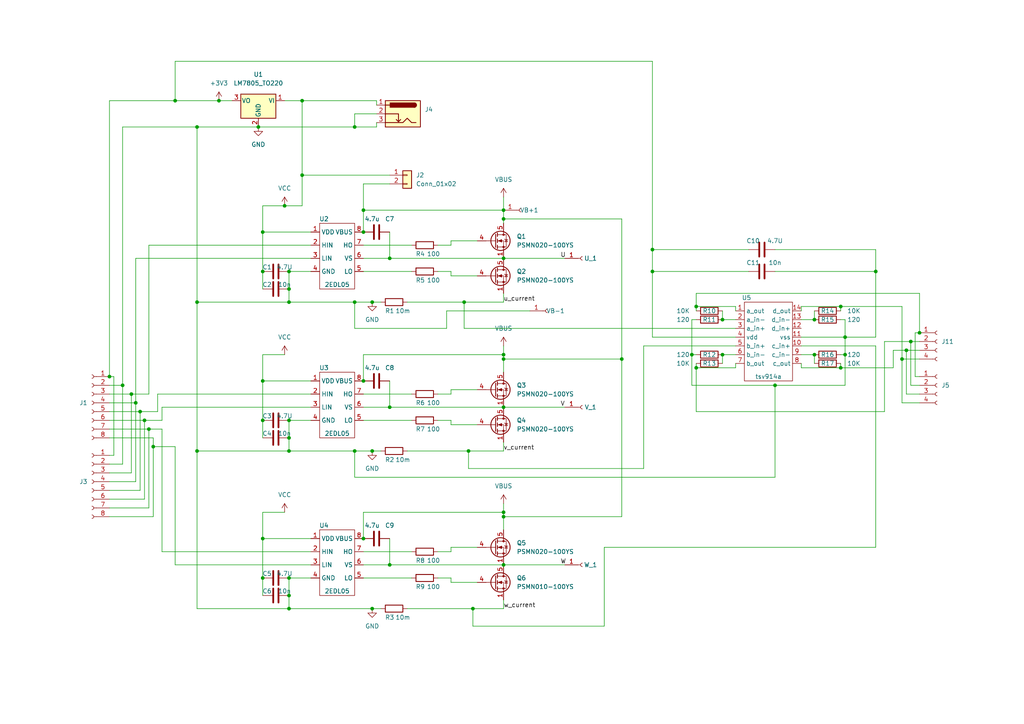
<source format=kicad_sch>
(kicad_sch (version 20211123) (generator eeschema)
  (paper "A4")
  (lib_symbols
    (symbol "1_user:2EDL05"
      (property "Reference" "U" (at 0 1.27 0))
      (property "Value" "2EDL05" (at 3.81 -17.78 0))
      (symbol "2EDL05_0_1"
        (rectangle (start -1.27 0) (end 8.89 -19.05) (stroke (width 0.1524)))
      )
      (symbol "2EDL05_1_1"
        (pin power_in line (at -3.81 -2.54 0) (length 2.54) (name "VDD") (number "1"))
        (pin input line (at -3.81 -6.35 0) (length 2.54) (name "HIN") (number "2"))
        (pin input line (at -3.81 -10.16 0) (length 2.54) (name "LIN") (number "3"))
        (pin power_in line (at -3.81 -13.97 0) (length 2.54) (name "GND") (number "4"))
        (pin output line (at 11.43 -13.97 180) (length 2.54) (name "LO") (number "5"))
        (pin output line (at 11.43 -10.16 180) (length 2.54) (name "VS") (number "6"))
        (pin output line (at 11.43 -6.35 180) (length 2.54) (name "HO") (number "7"))
        (pin input line (at 11.43 -2.54 180) (length 2.54) (name "VBUS") (number "8"))
      )
    )
    (symbol "1_user:tsv914a"
      (property "Reference" "U" (at 2.54 0 0))
      (property "Value" "tsv914a" (at 8.89 -22.86 0))
      (symbol "tsv914a_0_1"
        (rectangle (start 1.27 -1.27) (end 15.24 -24.13) (stroke (width 0.1524)))
      )
      (symbol "tsv914a_1_1"
        (pin output line (at -1.27 -3.81 0) (length 2.54) (name "a_out") (number "1"))
        (pin input line (at 17.78 -13.97 180) (length 2.54) (name "c_in+") (number "10"))
        (pin power_in line (at 17.78 -11.43 180) (length 2.54) (name "vss") (number "11"))
        (pin input line (at 17.78 -8.89 180) (length 2.54) (name "d_in+") (number "12"))
        (pin input line (at 17.78 -6.35 180) (length 2.54) (name "d_in-") (number "13"))
        (pin output line (at 17.78 -3.81 180) (length 2.54) (name "d_out") (number "14"))
        (pin input line (at -1.27 -6.35 0) (length 2.54) (name "a_in-") (number "2"))
        (pin input line (at -1.27 -8.89 0) (length 2.54) (name "a_in+") (number "3"))
        (pin power_in line (at -1.27 -11.43 0) (length 2.54) (name "vdd") (number "4"))
        (pin input line (at -1.27 -13.97 0) (length 2.54) (name "b_in+") (number "5"))
        (pin input line (at -1.27 -16.51 0) (length 2.54) (name "b_in-") (number "6"))
        (pin output line (at -1.27 -19.05 0) (length 2.54) (name "b_out") (number "7"))
        (pin output line (at 17.78 -19.05 180) (length 2.54) (name "c_out") (number "8"))
        (pin input line (at 17.78 -16.51 180) (length 2.54) (name "c_in-") (number "9"))
      )
    )
    (symbol "Connector:Barrel_Jack_Switch_Pin3Ring" (pin_names hide)
      (property "Reference" "J" (at 0 5.334 0))
      (property "Value" "Barrel_Jack_Switch_Pin3Ring" (at 0 -5.08 0))
      (symbol "Barrel_Jack_Switch_Pin3Ring_0_1"
        (rectangle (start -5.08 3.81) (end 5.08 -3.81) (stroke (width 0.254)) (fill (type background)))
        (arc (start -3.302 3.175) (mid -3.937 2.54) (end -3.302 1.905) (stroke (width 0.254)))
        (arc (start -3.302 3.175) (mid -3.937 2.54) (end -3.302 1.905) (stroke (width 0.254)) (fill (type outline)))
        (polyline (pts (xy 1.27 -2.286) (xy 1.905 -1.651)) (stroke (width 0.254)))
        (polyline (pts (xy 5.08 2.54) (xy 3.81 2.54)) (stroke (width 0.254)))
        (polyline (pts (xy 5.08 0) (xy 1.27 0) (xy 1.27 -2.286) (xy 0.635 -1.651)) (stroke (width 0.254)))
        (polyline (pts (xy -3.81 -2.54) (xy -2.54 -2.54) (xy -1.27 -1.27) (xy 0 -2.54) (xy 2.54 -2.54) (xy 5.08 -2.54)) (stroke (width 0.254)))
        (rectangle (start 3.683 3.175) (end -3.302 1.905) (stroke (width 0.254)) (fill (type outline)))
      )
      (symbol "Barrel_Jack_Switch_Pin3Ring_1_1"
        (pin passive line (at 7.62 2.54 180) (length 2.54) (name "~") (number "1"))
        (pin passive line (at 7.62 0 180) (length 2.54) (name "~") (number "2"))
        (pin passive line (at 7.62 -2.54 180) (length 2.54) (name "~") (number "3"))
      )
    )
    (symbol "Connector:Conn_01x01_Female" (pin_names (offset 1.016) hide)
      (property "Reference" "J" (at 0 2.54 0))
      (property "Value" "Conn_01x01_Female" (at 0 -2.54 0))
      (symbol "Conn_01x01_Female_1_1"
        (polyline (pts (xy -1.27 0) (xy -0.508 0)) (stroke (width 0.1524)))
        (arc (start 0 0.508) (mid -0.508 0) (end 0 -0.508) (stroke (width 0.1524)))
        (pin passive line (at -5.08 0 0) (length 3.81) (name "Pin_1") (number "1"))
      )
    )
    (symbol "Connector:Conn_01x04_Female" (pin_names (offset 1.016) hide)
      (property "Reference" "J" (at 0 5.08 0))
      (property "Value" "Conn_01x04_Female" (at 0 -7.62 0))
      (symbol "Conn_01x04_Female_1_1"
        (arc (start 0 -4.572) (mid -0.508 -5.08) (end 0 -5.588) (stroke (width 0.1524)))
        (arc (start 0 -2.032) (mid -0.508 -2.54) (end 0 -3.048) (stroke (width 0.1524)))
        (polyline (pts (xy -1.27 -5.08) (xy -0.508 -5.08)) (stroke (width 0.1524)))
        (polyline (pts (xy -1.27 -2.54) (xy -0.508 -2.54)) (stroke (width 0.1524)))
        (polyline (pts (xy -1.27 0) (xy -0.508 0)) (stroke (width 0.1524)))
        (polyline (pts (xy -1.27 2.54) (xy -0.508 2.54)) (stroke (width 0.1524)))
        (arc (start 0 0.508) (mid -0.508 0) (end 0 -0.508) (stroke (width 0.1524)))
        (arc (start 0 3.048) (mid -0.508 2.54) (end 0 2.032) (stroke (width 0.1524)))
        (pin passive line (at -5.08 2.54 0) (length 3.81) (name "Pin_1") (number "1"))
        (pin passive line (at -5.08 0 0) (length 3.81) (name "Pin_2") (number "2"))
        (pin passive line (at -5.08 -2.54 0) (length 3.81) (name "Pin_3") (number "3"))
        (pin passive line (at -5.08 -5.08 0) (length 3.81) (name "Pin_4") (number "4"))
      )
    )
    (symbol "Connector:Conn_01x08_Female" (pin_names (offset 1.016) hide)
      (property "Reference" "J" (at 0 10.16 0))
      (property "Value" "Conn_01x08_Female" (at 0 -12.7 0))
      (symbol "Conn_01x08_Female_1_1"
        (arc (start 0 -9.652) (mid -0.508 -10.16) (end 0 -10.668) (stroke (width 0.1524)))
        (arc (start 0 -7.112) (mid -0.508 -7.62) (end 0 -8.128) (stroke (width 0.1524)))
        (arc (start 0 -4.572) (mid -0.508 -5.08) (end 0 -5.588) (stroke (width 0.1524)))
        (arc (start 0 -2.032) (mid -0.508 -2.54) (end 0 -3.048) (stroke (width 0.1524)))
        (polyline (pts (xy -1.27 -10.16) (xy -0.508 -10.16)) (stroke (width 0.1524)))
        (polyline (pts (xy -1.27 -7.62) (xy -0.508 -7.62)) (stroke (width 0.1524)))
        (polyline (pts (xy -1.27 -5.08) (xy -0.508 -5.08)) (stroke (width 0.1524)))
        (polyline (pts (xy -1.27 -2.54) (xy -0.508 -2.54)) (stroke (width 0.1524)))
        (polyline (pts (xy -1.27 0) (xy -0.508 0)) (stroke (width 0.1524)))
        (polyline (pts (xy -1.27 2.54) (xy -0.508 2.54)) (stroke (width 0.1524)))
        (polyline (pts (xy -1.27 5.08) (xy -0.508 5.08)) (stroke (width 0.1524)))
        (polyline (pts (xy -1.27 7.62) (xy -0.508 7.62)) (stroke (width 0.1524)))
        (arc (start 0 0.508) (mid -0.508 0) (end 0 -0.508) (stroke (width 0.1524)))
        (arc (start 0 3.048) (mid -0.508 2.54) (end 0 2.032) (stroke (width 0.1524)))
        (arc (start 0 5.588) (mid -0.508 5.08) (end 0 4.572) (stroke (width 0.1524)))
        (arc (start 0 8.128) (mid -0.508 7.62) (end 0 7.112) (stroke (width 0.1524)))
        (pin passive line (at -5.08 7.62 0) (length 3.81) (name "Pin_1") (number "1"))
        (pin passive line (at -5.08 5.08 0) (length 3.81) (name "Pin_2") (number "2"))
        (pin passive line (at -5.08 2.54 0) (length 3.81) (name "Pin_3") (number "3"))
        (pin passive line (at -5.08 0 0) (length 3.81) (name "Pin_4") (number "4"))
        (pin passive line (at -5.08 -2.54 0) (length 3.81) (name "Pin_5") (number "5"))
        (pin passive line (at -5.08 -5.08 0) (length 3.81) (name "Pin_6") (number "6"))
        (pin passive line (at -5.08 -7.62 0) (length 3.81) (name "Pin_7") (number "7"))
        (pin passive line (at -5.08 -10.16 0) (length 3.81) (name "Pin_8") (number "8"))
      )
    )
    (symbol "Connector_Generic:Conn_01x02" (pin_names (offset 1.016) hide)
      (property "Reference" "J" (at 0 2.54 0))
      (property "Value" "Conn_01x02" (at 0 -5.08 0))
      (symbol "Conn_01x02_1_1"
        (rectangle (start -1.27 -2.413) (end 0 -2.667) (stroke (width 0.1524)))
        (rectangle (start -1.27 0.127) (end 0 -0.127) (stroke (width 0.1524)))
        (rectangle (start -1.27 1.27) (end 1.27 -3.81) (stroke (width 0.254)) (fill (type background)))
        (pin passive line (at -5.08 0 0) (length 3.81) (name "Pin_1") (number "1"))
        (pin passive line (at -5.08 -2.54 0) (length 3.81) (name "Pin_2") (number "2"))
      )
    )
    (symbol "Device:C" (pin_numbers hide) (pin_names (offset 0.254))
      (property "Reference" "C" (at 0.635 2.54 0))
      (property "Value" "C" (at 0.635 -2.54 0))
      (symbol "C_0_1"
        (polyline (pts (xy -2.032 -0.762) (xy 2.032 -0.762)) (stroke (width 0.508)))
        (polyline (pts (xy -2.032 0.762) (xy 2.032 0.762)) (stroke (width 0.508)))
      )
      (symbol "C_1_1"
        (pin passive line (at 0 3.81 270) (length 2.794) (name "~") (number "1"))
        (pin passive line (at 0 -3.81 90) (length 2.794) (name "~") (number "2"))
      )
    )
    (symbol "Device:R" (pin_numbers hide) (pin_names (offset 0))
      (property "Reference" "R" (at 2.032 0 90))
      (property "Value" "R" (at 0 0 90))
      (symbol "R_0_1"
        (rectangle (start -1.016 -2.54) (end 1.016 2.54) (stroke (width 0.254)))
      )
      (symbol "R_1_1"
        (pin passive line (at 0 3.81 270) (length 1.27) (name "~") (number "1"))
        (pin passive line (at 0 -3.81 90) (length 1.27) (name "~") (number "2"))
      )
    )
    (symbol "Regulator_Linear:LM7805_TO220" (pin_names (offset 0.254))
      (property "Reference" "U" (at -3.81 3.175 0))
      (property "Value" "LM7805_TO220" (at 0 3.175 0))
      (symbol "LM7805_TO220_0_1"
        (rectangle (start -5.08 1.905) (end 5.08 -5.08) (stroke (width 0.254)) (fill (type background)))
      )
      (symbol "LM7805_TO220_1_1"
        (pin power_in line (at -7.62 0 0) (length 2.54) (name "VI") (number "1"))
        (pin power_in line (at 0 -7.62 90) (length 2.54) (name "GND") (number "2"))
        (pin power_out line (at 7.62 0 180) (length 2.54) (name "VO") (number "3"))
      )
    )
    (symbol "Transistor_FET:PSMN5R2-60YL" (pin_names hide)
      (property "Reference" "Q" (at 6.35 2.54 0))
      (property "Value" "PSMN5R2-60YL" (at 12.7 0 0))
      (symbol "PSMN5R2-60YL_0_1"
        (polyline (pts (xy 0.254 0) (xy -2.54 0)))
        (polyline (pts (xy 0.254 1.905) (xy 0.254 -1.905)) (stroke (width 0.254)))
        (polyline (pts (xy 0.762 -1.27) (xy 0.762 -2.286)) (stroke (width 0.254)))
        (polyline (pts (xy 0.762 0.508) (xy 0.762 -0.508)) (stroke (width 0.254)))
        (polyline (pts (xy 0.762 2.286) (xy 0.762 1.27)) (stroke (width 0.254)))
        (polyline (pts (xy 2.54 2.54) (xy 2.54 1.778)))
        (polyline (pts (xy 2.54 -2.54) (xy 2.54 0) (xy 0.762 0)))
        (polyline (pts (xy 0.762 -1.778) (xy 3.302 -1.778) (xy 3.302 1.778) (xy 0.762 1.778)))
        (polyline (pts (xy 1.016 0) (xy 2.032 0.381) (xy 2.032 -0.381) (xy 1.016 0)) (fill (type outline)))
        (polyline (pts (xy 2.794 0.508) (xy 2.921 0.381) (xy 3.683 0.381) (xy 3.81 0.254)))
        (polyline (pts (xy 3.302 0.381) (xy 2.921 -0.254) (xy 3.683 -0.254) (xy 3.302 0.381)))
        (circle (center 1.651 0) (radius 2.794) (stroke (width 0.254)))
        (circle (center 2.54 -1.778) (radius 0.254) (fill (type outline)))
        (circle (center 2.54 1.778) (radius 0.254) (fill (type outline)))
      )
      (symbol "PSMN5R2-60YL_1_1"
        (pin passive line (at 2.54 -5.08 90) (length 2.54) (name "S") (number "1"))
        (pin passive line (at 2.54 -5.08 90) (length 2.54) hide (name "S") (number "2"))
        (pin passive line (at 2.54 -5.08 90) (length 2.54) hide (name "S") (number "3"))
        (pin passive line (at -5.08 0 0) (length 2.54) (name "G") (number "4"))
        (pin passive line (at 2.54 5.08 270) (length 2.54) (name "D") (number "5"))
      )
    )
    (symbol "power:+3.3V" (power) (pin_names (offset 0))
      (property "Value" "+3.3V" (at 0 3.556 0))
      (symbol "+3.3V_0_1"
        (polyline (pts (xy -0.762 1.27) (xy 0 2.54)))
        (polyline (pts (xy 0 0) (xy 0 2.54)))
        (polyline (pts (xy 0 2.54) (xy 0.762 1.27)))
      )
      (symbol "+3.3V_1_1"
        (pin power_in line (at 0 0 90) (length 0) hide (name "+3V3") (number "1"))
      )
    )
    (symbol "power:GND" (power) (pin_names (offset 0))
      (property "Value" "GND" (at 0 -3.81 0))
      (symbol "GND_0_1"
        (polyline (pts (xy 0 0) (xy 0 -1.27) (xy 1.27 -1.27) (xy 0 -2.54) (xy -1.27 -1.27) (xy 0 -1.27)))
      )
      (symbol "GND_1_1"
        (pin power_in line (at 0 0 270) (length 0) hide (name "GND") (number "1"))
      )
    )
    (symbol "power:VBUS" (power) (pin_names (offset 0))
      (property "Value" "VBUS" (at 0 3.81 0))
      (symbol "VBUS_0_1"
        (polyline (pts (xy -0.762 1.27) (xy 0 2.54)))
        (polyline (pts (xy 0 0) (xy 0 2.54)))
        (polyline (pts (xy 0 2.54) (xy 0.762 1.27)))
      )
      (symbol "VBUS_1_1"
        (pin power_in line (at 0 0 90) (length 0) hide (name "VBUS") (number "1"))
      )
    )
    (symbol "power:VCC" (power) (pin_names (offset 0))
      (property "Value" "VCC" (at 0 3.81 0))
      (symbol "VCC_0_1"
        (polyline (pts (xy -0.762 1.27) (xy 0 2.54)))
        (polyline (pts (xy 0 0) (xy 0 2.54)))
        (polyline (pts (xy 0 2.54) (xy 0.762 1.27)))
      )
      (symbol "VCC_1_1"
        (pin power_in line (at 0 0 90) (length 0) hide (name "VCC") (number "1"))
      )
    )
  )
  (junction (at 102.87 87.63) (diameter 0.9144))
  (junction (at 189.23 78.74) (diameter 0.9144))
  (junction (at 57.15 130.81) (diameter 0.9144))
  (junction (at 146.05 104.14) (diameter 0.9144))
  (junction (at 146.05 74.93) (diameter 0.9144))
  (junction (at 180.34 104.14) (diameter 0.9144))
  (junction (at 137.16 176.53) (diameter 0.9144))
  (junction (at 201.93 106.68) (diameter 0.9144))
  (junction (at 113.03 74.93) (diameter 0.9144))
  (junction (at 31.75 109.22) (diameter 0.9144))
  (junction (at 44.45 129.54) (diameter 0.9144))
  (junction (at 74.93 36.83) (diameter 0.9144))
  (junction (at 146.05 102.87) (diameter 0.9144))
  (junction (at 236.22 92.71) (diameter 0.9144))
  (junction (at 262.89 101.6) (diameter 0.9144))
  (junction (at 38.1 114.3) (diameter 0.9144))
  (junction (at 83.82 172.72) (diameter 0.9144))
  (junction (at 209.55 92.71) (diameter 0.9144))
  (junction (at 146.05 149.86) (diameter 0.9144))
  (junction (at 224.79 111.76) (diameter 0.9144))
  (junction (at 243.84 106.68) (diameter 0.9144))
  (junction (at 50.8 29.21) (diameter 0.9144))
  (junction (at 35.56 111.76) (diameter 0.9144))
  (junction (at 107.95 87.63) (diameter 0.9144))
  (junction (at 102.87 36.83) (diameter 0.9144))
  (junction (at 83.82 167.64) (diameter 0.9144))
  (junction (at 245.11 102.87) (diameter 0.9144))
  (junction (at 39.37 116.84) (diameter 0.9144))
  (junction (at 107.95 176.53) (diameter 0.9144))
  (junction (at 76.2 121.92) (diameter 0.9144))
  (junction (at 83.82 130.81) (diameter 0.9144))
  (junction (at 76.2 156.21) (diameter 0.9144))
  (junction (at 134.62 87.63) (diameter 0.9144))
  (junction (at 113.03 118.11) (diameter 0.9144))
  (junction (at 113.03 163.83) (diameter 0.9144))
  (junction (at 83.82 176.53) (diameter 0.9144))
  (junction (at 87.63 29.21) (diameter 0.9144))
  (junction (at 146.05 60.96) (diameter 0.9144))
  (junction (at 83.82 78.74) (diameter 0.9144))
  (junction (at 261.62 104.14) (diameter 0.9144))
  (junction (at 40.64 119.38) (diameter 0.9144))
  (junction (at 105.41 67.31) (diameter 0.9144))
  (junction (at 146.05 118.11) (diameter 0.9144))
  (junction (at 209.55 102.87) (diameter 0.9144))
  (junction (at 105.41 110.49) (diameter 0.9144))
  (junction (at 57.15 87.63) (diameter 0.9144))
  (junction (at 76.2 110.49) (diameter 0.9144))
  (junction (at 245.11 97.79) (diameter 0.9144))
  (junction (at 264.16 99.06) (diameter 0.9144))
  (junction (at 146.05 148.59) (diameter 0.9144))
  (junction (at 83.82 83.82) (diameter 0.9144))
  (junction (at 76.2 167.64) (diameter 0.9144))
  (junction (at 107.95 130.81) (diameter 0.9144))
  (junction (at 254 78.74) (diameter 0.9144))
  (junction (at 57.15 36.83) (diameter 0.9144))
  (junction (at 83.82 87.63) (diameter 0.9144))
  (junction (at 189.23 72.39) (diameter 0.9144))
  (junction (at 105.41 60.96) (diameter 0.9144))
  (junction (at 82.55 59.69) (diameter 0.9144))
  (junction (at 83.82 121.92) (diameter 0.9144))
  (junction (at 102.87 130.81) (diameter 0.9144))
  (junction (at 146.05 163.83) (diameter 0.9144))
  (junction (at 105.41 156.21) (diameter 0.9144))
  (junction (at 266.7 96.52) (diameter 0.9144))
  (junction (at 236.22 102.87) (diameter 0.9144))
  (junction (at 76.2 78.74) (diameter 0.9144))
  (junction (at 135.89 130.81) (diameter 0.9144))
  (junction (at 243.84 88.9) (diameter 0.9144))
  (junction (at 87.63 50.8) (diameter 0.9144))
  (junction (at 63.5 29.21) (diameter 0.9144))
  (junction (at 41.91 121.92) (diameter 0.9144))
  (junction (at 76.2 67.31) (diameter 0.9144))
  (junction (at 200.66 102.87) (diameter 0.9144))
  (junction (at 146.05 63.5) (diameter 0.9144))
  (junction (at 83.82 127) (diameter 0.9144))
  (junction (at 201.93 88.9) (diameter 0.9144))
  (junction (at 43.18 124.46) (diameter 0.9144))
  (wire (pts (xy 46.99 118.11) (xy 46.99 121.92)))
  (wire (pts (xy 57.15 87.63) (xy 83.82 87.63)))
  (wire (pts (xy 209.55 92.71) (xy 213.36 92.71)))
  (wire (pts (xy 105.41 71.12) (xy 119.38 71.12)))
  (wire (pts (xy 105.41 114.3) (xy 119.38 114.3)))
  (wire (pts (xy 76.2 110.49) (xy 90.17 110.49)))
  (wire (pts (xy 232.41 100.33) (xy 254 100.33)))
  (wire (pts (xy 254 100.33) (xy 254 158.75)))
  (wire (pts (xy 146.05 87.63) (xy 146.05 85.09)))
  (wire (pts (xy 236.22 102.87) (xy 236.22 105.41)))
  (wire (pts (xy 105.41 53.34) (xy 105.41 60.96)))
  (wire (pts (xy 105.41 53.34) (xy 113.03 53.34)))
  (wire (pts (xy 105.41 60.96) (xy 105.41 67.31)))
  (wire (pts (xy 264.16 111.76) (xy 264.16 99.06)))
  (wire (pts (xy 266.7 111.76) (xy 264.16 111.76)))
  (wire (pts (xy 265.43 96.52) (xy 266.7 96.52)))
  (wire (pts (xy 265.43 109.22) (xy 265.43 96.52)))
  (wire (pts (xy 266.7 109.22) (xy 265.43 109.22)))
  (wire (pts (xy 232.41 102.87) (xy 236.22 102.87)))
  (wire (pts (xy 43.18 124.46) (xy 31.75 124.46)))
  (wire (pts (xy 46.99 124.46) (xy 43.18 124.46)))
  (wire (pts (xy 113.03 163.83) (xy 146.05 163.83)))
  (wire (pts (xy 146.05 163.83) (xy 163.83 163.83)))
  (wire (pts (xy 105.41 118.11) (xy 113.03 118.11)))
  (wire (pts (xy 76.2 148.59) (xy 76.2 156.21)))
  (wire (pts (xy 76.2 156.21) (xy 76.2 167.64)))
  (wire (pts (xy 76.2 67.31) (xy 90.17 67.31)))
  (wire (pts (xy 83.82 78.74) (xy 90.17 78.74)))
  (wire (pts (xy 130.81 113.03) (xy 138.43 113.03)))
  (wire (pts (xy 76.2 148.59) (xy 82.55 148.59)))
  (wire (pts (xy 105.41 167.64) (xy 119.38 167.64)))
  (wire (pts (xy 113.03 74.93) (xy 146.05 74.93)))
  (wire (pts (xy 146.05 74.93) (xy 163.83 74.93)))
  (wire (pts (xy 261.62 116.84) (xy 261.62 104.14)))
  (wire (pts (xy 266.7 116.84) (xy 261.62 116.84)))
  (wire (pts (xy 31.75 111.76) (xy 35.56 111.76)))
  (wire (pts (xy 105.41 78.74) (xy 119.38 78.74)))
  (wire (pts (xy 146.05 149.86) (xy 146.05 153.67)))
  (wire (pts (xy 105.41 110.49) (xy 105.41 102.87)))
  (wire (pts (xy 201.93 106.68) (xy 201.93 119.38)))
  (wire (pts (xy 201.93 119.38) (xy 256.54 119.38)))
  (wire (pts (xy 256.54 99.06) (xy 264.16 99.06)))
  (wire (pts (xy 256.54 119.38) (xy 256.54 99.06)))
  (wire (pts (xy 264.16 99.06) (xy 266.7 99.06)))
  (wire (pts (xy 105.41 74.93) (xy 113.03 74.93)))
  (wire (pts (xy 113.03 74.93) (xy 113.03 67.31)))
  (wire (pts (xy 31.75 132.08) (xy 33.02 132.08)))
  (wire (pts (xy 33.02 109.22) (xy 31.75 109.22)))
  (wire (pts (xy 33.02 132.08) (xy 33.02 109.22)))
  (wire (pts (xy 134.62 87.63) (xy 134.62 95.25)))
  (wire (pts (xy 134.62 95.25) (xy 213.36 95.25)))
  (wire (pts (xy 39.37 74.93) (xy 39.37 116.84)))
  (wire (pts (xy 83.82 78.74) (xy 83.82 83.82)))
  (wire (pts (xy 83.82 83.82) (xy 83.82 87.63)))
  (wire (pts (xy 39.37 74.93) (xy 90.17 74.93)))
  (wire (pts (xy 224.79 72.39) (xy 254 72.39)))
  (wire (pts (xy 254 72.39) (xy 254 78.74)))
  (wire (pts (xy 127 167.64) (xy 130.81 167.64)))
  (wire (pts (xy 243.84 92.71) (xy 245.11 92.71)))
  (wire (pts (xy 243.84 102.87) (xy 245.11 102.87)))
  (wire (pts (xy 245.11 92.71) (xy 245.11 97.79)))
  (wire (pts (xy 245.11 97.79) (xy 245.11 102.87)))
  (wire (pts (xy 76.2 167.64) (xy 76.2 172.72)))
  (wire (pts (xy 200.66 92.71) (xy 200.66 102.87)))
  (wire (pts (xy 200.66 92.71) (xy 201.93 92.71)))
  (wire (pts (xy 200.66 102.87) (xy 200.66 111.76)))
  (wire (pts (xy 201.93 102.87) (xy 200.66 102.87)))
  (wire (pts (xy 209.55 102.87) (xy 213.36 102.87)))
  (wire (pts (xy 146.05 100.33) (xy 146.05 102.87)))
  (wire (pts (xy 146.05 102.87) (xy 146.05 104.14)))
  (wire (pts (xy 146.05 104.14) (xy 146.05 107.95)))
  (wire (pts (xy 127 114.3) (xy 130.81 114.3)))
  (wire (pts (xy 43.18 71.12) (xy 90.17 71.12)))
  (wire (pts (xy 43.18 114.3) (xy 43.18 71.12)))
  (wire (pts (xy 102.87 130.81) (xy 102.87 138.43)))
  (wire (pts (xy 102.87 138.43) (xy 224.79 138.43)))
  (wire (pts (xy 224.79 138.43) (xy 224.79 111.76)))
  (wire (pts (xy 146.05 130.81) (xy 146.05 128.27)))
  (wire (pts (xy 76.2 59.69) (xy 82.55 59.69)))
  (wire (pts (xy 76.2 67.31) (xy 76.2 59.69)))
  (wire (pts (xy 82.55 59.69) (xy 87.63 59.69)))
  (wire (pts (xy 31.75 139.7) (xy 39.37 139.7)))
  (wire (pts (xy 39.37 139.7) (xy 39.37 116.84)))
  (wire (pts (xy 46.99 118.11) (xy 90.17 118.11)))
  (wire (pts (xy 201.93 88.9) (xy 201.93 90.17)))
  (wire (pts (xy 213.36 88.9) (xy 201.93 88.9)))
  (wire (pts (xy 213.36 90.17) (xy 213.36 88.9)))
  (wire (pts (xy 102.87 33.02) (xy 102.87 36.83)))
  (wire (pts (xy 109.22 33.02) (xy 102.87 33.02)))
  (wire (pts (xy 130.81 167.64) (xy 130.81 168.91)))
  (wire (pts (xy 107.95 176.53) (xy 83.82 176.53)))
  (wire (pts (xy 31.75 114.3) (xy 38.1 114.3)))
  (wire (pts (xy 38.1 114.3) (xy 43.18 114.3)))
  (wire (pts (xy 76.2 67.31) (xy 76.2 78.74)))
  (wire (pts (xy 102.87 87.63) (xy 83.82 87.63)))
  (wire (pts (xy 107.95 87.63) (xy 102.87 87.63)))
  (wire (pts (xy 110.49 87.63) (xy 107.95 87.63)))
  (wire (pts (xy 118.11 87.63) (xy 134.62 87.63)))
  (wire (pts (xy 134.62 87.63) (xy 146.05 87.63)))
  (wire (pts (xy 243.84 106.68) (xy 259.08 106.68)))
  (wire (pts (xy 259.08 101.6) (xy 262.89 101.6)))
  (wire (pts (xy 259.08 106.68) (xy 259.08 101.6)))
  (wire (pts (xy 262.89 101.6) (xy 266.7 101.6)))
  (wire (pts (xy 31.75 149.86) (xy 44.45 149.86)))
  (wire (pts (xy 44.45 149.86) (xy 44.45 129.54)))
  (wire (pts (xy 118.11 176.53) (xy 137.16 176.53)))
  (wire (pts (xy 137.16 176.53) (xy 146.05 176.53)))
  (wire (pts (xy 31.75 147.32) (xy 43.18 147.32)))
  (wire (pts (xy 43.18 147.32) (xy 43.18 124.46)))
  (wire (pts (xy 130.81 123.19) (xy 138.43 123.19)))
  (wire (pts (xy 105.41 160.02) (xy 119.38 160.02)))
  (wire (pts (xy 31.75 109.22) (xy 31.75 29.21)))
  (wire (pts (xy 146.05 57.15) (xy 146.05 60.96)))
  (wire (pts (xy 146.05 60.96) (xy 146.05 63.5)))
  (wire (pts (xy 146.05 63.5) (xy 146.05 64.77)))
  (wire (pts (xy 76.2 78.74) (xy 76.2 83.82)))
  (wire (pts (xy 76.2 156.21) (xy 90.17 156.21)))
  (wire (pts (xy 110.49 176.53) (xy 107.95 176.53)))
  (wire (pts (xy 90.17 163.83) (xy 50.8 163.83)))
  (wire (pts (xy 31.75 119.38) (xy 40.64 119.38)))
  (wire (pts (xy 40.64 119.38) (xy 45.72 119.38)))
  (wire (pts (xy 45.72 119.38) (xy 45.72 114.3)))
  (wire (pts (xy 232.41 88.9) (xy 243.84 88.9)))
  (wire (pts (xy 232.41 90.17) (xy 232.41 88.9)))
  (wire (pts (xy 243.84 88.9) (xy 243.84 90.17)))
  (wire (pts (xy 189.23 72.39) (xy 217.17 72.39)))
  (wire (pts (xy 105.41 60.96) (xy 146.05 60.96)))
  (wire (pts (xy 232.41 92.71) (xy 236.22 92.71)))
  (wire (pts (xy 189.23 78.74) (xy 217.17 78.74)))
  (wire (pts (xy 82.55 29.21) (xy 87.63 29.21)))
  (wire (pts (xy 87.63 29.21) (xy 87.63 50.8)))
  (wire (pts (xy 87.63 50.8) (xy 87.63 59.69)))
  (wire (pts (xy 146.05 176.53) (xy 146.05 173.99)))
  (wire (pts (xy 57.15 36.83) (xy 57.15 87.63)))
  (wire (pts (xy 57.15 87.63) (xy 57.15 130.81)))
  (wire (pts (xy 57.15 130.81) (xy 57.15 176.53)))
  (wire (pts (xy 57.15 176.53) (xy 83.82 176.53)))
  (wire (pts (xy 127 71.12) (xy 130.81 71.12)))
  (wire (pts (xy 130.81 69.85) (xy 138.43 69.85)))
  (wire (pts (xy 130.81 71.12) (xy 130.81 69.85)))
  (wire (pts (xy 87.63 50.8) (xy 113.03 50.8)))
  (wire (pts (xy 200.66 111.76) (xy 224.79 111.76)))
  (wire (pts (xy 224.79 111.76) (xy 245.11 111.76)))
  (wire (pts (xy 245.11 111.76) (xy 245.11 102.87)))
  (wire (pts (xy 31.75 127) (xy 44.45 127)))
  (wire (pts (xy 44.45 127) (xy 44.45 129.54)))
  (wire (pts (xy 44.45 129.54) (xy 50.8 129.54)))
  (wire (pts (xy 127 78.74) (xy 130.81 78.74)))
  (wire (pts (xy 130.81 78.74) (xy 130.81 80.01)))
  (wire (pts (xy 130.81 80.01) (xy 138.43 80.01)))
  (wire (pts (xy 31.75 116.84) (xy 39.37 116.84)))
  (wire (pts (xy 201.93 106.68) (xy 201.93 105.41)))
  (wire (pts (xy 213.36 105.41) (xy 213.36 106.68)))
  (wire (pts (xy 213.36 106.68) (xy 201.93 106.68)))
  (wire (pts (xy 46.99 124.46) (xy 46.99 160.02)))
  (wire (pts (xy 236.22 90.17) (xy 236.22 92.71)))
  (wire (pts (xy 76.2 121.92) (xy 76.2 127)))
  (wire (pts (xy 35.56 36.83) (xy 57.15 36.83)))
  (wire (pts (xy 35.56 111.76) (xy 35.56 36.83)))
  (wire (pts (xy 57.15 36.83) (xy 74.93 36.83)))
  (wire (pts (xy 76.2 102.87) (xy 82.55 102.87)))
  (wire (pts (xy 113.03 118.11) (xy 146.05 118.11)))
  (wire (pts (xy 146.05 118.11) (xy 163.83 118.11)))
  (wire (pts (xy 50.8 129.54) (xy 50.8 163.83)))
  (wire (pts (xy 31.75 142.24) (xy 40.64 142.24)))
  (wire (pts (xy 40.64 142.24) (xy 40.64 119.38)))
  (wire (pts (xy 113.03 163.83) (xy 113.03 156.21)))
  (wire (pts (xy 146.05 104.14) (xy 180.34 104.14)))
  (wire (pts (xy 180.34 63.5) (xy 180.34 104.14)))
  (wire (pts (xy 180.34 104.14) (xy 180.34 149.86)))
  (wire (pts (xy 105.41 121.92) (xy 119.38 121.92)))
  (wire (pts (xy 102.87 87.63) (xy 102.87 95.25)))
  (wire (pts (xy 102.87 95.25) (xy 129.54 95.25)))
  (wire (pts (xy 129.54 90.17) (xy 153.67 90.17)))
  (wire (pts (xy 129.54 95.25) (xy 129.54 90.17)))
  (wire (pts (xy 83.82 167.64) (xy 90.17 167.64)))
  (wire (pts (xy 262.89 114.3) (xy 262.89 101.6)))
  (wire (pts (xy 266.7 114.3) (xy 262.89 114.3)))
  (wire (pts (xy 83.82 121.92) (xy 83.82 127)))
  (wire (pts (xy 83.82 127) (xy 83.82 130.81)))
  (wire (pts (xy 130.81 160.02) (xy 130.81 158.75)))
  (wire (pts (xy 105.41 156.21) (xy 105.41 148.59)))
  (wire (pts (xy 31.75 144.78) (xy 41.91 144.78)))
  (wire (pts (xy 41.91 144.78) (xy 41.91 121.92)))
  (wire (pts (xy 201.93 85.09) (xy 266.7 85.09)))
  (wire (pts (xy 201.93 88.9) (xy 201.93 85.09)))
  (wire (pts (xy 266.7 85.09) (xy 266.7 96.52)))
  (wire (pts (xy 110.49 130.81) (xy 107.95 130.81)))
  (wire (pts (xy 105.41 163.83) (xy 113.03 163.83)))
  (wire (pts (xy 232.41 105.41) (xy 232.41 106.68)))
  (wire (pts (xy 232.41 106.68) (xy 243.84 106.68)))
  (wire (pts (xy 243.84 106.68) (xy 243.84 105.41)))
  (wire (pts (xy 31.75 29.21) (xy 50.8 29.21)))
  (wire (pts (xy 50.8 29.21) (xy 63.5 29.21)))
  (wire (pts (xy 63.5 29.21) (xy 67.31 29.21)))
  (wire (pts (xy 41.91 121.92) (xy 31.75 121.92)))
  (wire (pts (xy 46.99 121.92) (xy 41.91 121.92)))
  (wire (pts (xy 83.82 121.92) (xy 90.17 121.92)))
  (wire (pts (xy 45.72 114.3) (xy 90.17 114.3)))
  (wire (pts (xy 137.16 181.61) (xy 137.16 176.53)))
  (wire (pts (xy 175.26 181.61) (xy 137.16 181.61)))
  (wire (pts (xy 209.55 90.17) (xy 209.55 92.71)))
  (wire (pts (xy 130.81 168.91) (xy 138.43 168.91)))
  (wire (pts (xy 50.8 17.78) (xy 50.8 29.21)))
  (wire (pts (xy 189.23 17.78) (xy 50.8 17.78)))
  (wire (pts (xy 189.23 72.39) (xy 189.23 17.78)))
  (wire (pts (xy 189.23 78.74) (xy 189.23 72.39)))
  (wire (pts (xy 189.23 97.79) (xy 189.23 78.74)))
  (wire (pts (xy 213.36 97.79) (xy 189.23 97.79)))
  (wire (pts (xy 118.11 130.81) (xy 135.89 130.81)))
  (wire (pts (xy 135.89 130.81) (xy 146.05 130.81)))
  (wire (pts (xy 102.87 130.81) (xy 83.82 130.81)))
  (wire (pts (xy 107.95 130.81) (xy 102.87 130.81)))
  (wire (pts (xy 135.89 130.81) (xy 135.89 135.89)))
  (wire (pts (xy 135.89 135.89) (xy 186.69 135.89)))
  (wire (pts (xy 186.69 100.33) (xy 213.36 100.33)))
  (wire (pts (xy 186.69 135.89) (xy 186.69 100.33)))
  (wire (pts (xy 130.81 114.3) (xy 130.81 113.03)))
  (wire (pts (xy 243.84 88.9) (xy 261.62 88.9)))
  (wire (pts (xy 261.62 88.9) (xy 261.62 104.14)))
  (wire (pts (xy 261.62 104.14) (xy 266.7 104.14)))
  (wire (pts (xy 57.15 130.81) (xy 83.82 130.81)))
  (wire (pts (xy 245.11 97.79) (xy 254 97.79)))
  (wire (pts (xy 146.05 63.5) (xy 180.34 63.5)))
  (wire (pts (xy 180.34 149.86) (xy 146.05 149.86)))
  (wire (pts (xy 83.82 167.64) (xy 83.82 172.72)))
  (wire (pts (xy 83.82 172.72) (xy 83.82 176.53)))
  (wire (pts (xy 113.03 118.11) (xy 113.03 110.49)))
  (wire (pts (xy 130.81 158.75) (xy 138.43 158.75)))
  (wire (pts (xy 74.93 36.83) (xy 102.87 36.83)))
  (wire (pts (xy 102.87 36.83) (xy 109.22 36.83)))
  (wire (pts (xy 109.22 36.83) (xy 109.22 35.56)))
  (wire (pts (xy 31.75 134.62) (xy 35.56 134.62)))
  (wire (pts (xy 35.56 134.62) (xy 35.56 111.76)))
  (wire (pts (xy 46.99 160.02) (xy 90.17 160.02)))
  (wire (pts (xy 224.79 78.74) (xy 254 78.74)))
  (wire (pts (xy 254 78.74) (xy 254 97.79)))
  (wire (pts (xy 87.63 29.21) (xy 109.22 29.21)))
  (wire (pts (xy 109.22 29.21) (xy 109.22 30.48)))
  (wire (pts (xy 31.75 137.16) (xy 38.1 137.16)))
  (wire (pts (xy 38.1 137.16) (xy 38.1 114.3)))
  (wire (pts (xy 209.55 102.87) (xy 209.55 105.41)))
  (wire (pts (xy 105.41 102.87) (xy 146.05 102.87)))
  (wire (pts (xy 127 121.92) (xy 130.81 121.92)))
  (wire (pts (xy 175.26 158.75) (xy 254 158.75)))
  (wire (pts (xy 175.26 181.61) (xy 175.26 158.75)))
  (wire (pts (xy 232.41 97.79) (xy 245.11 97.79)))
  (wire (pts (xy 76.2 102.87) (xy 76.2 110.49)))
  (wire (pts (xy 76.2 110.49) (xy 76.2 121.92)))
  (wire (pts (xy 105.41 148.59) (xy 146.05 148.59)))
  (wire (pts (xy 146.05 146.05) (xy 146.05 148.59)))
  (wire (pts (xy 146.05 148.59) (xy 146.05 149.86)))
  (wire (pts (xy 130.81 121.92) (xy 130.81 123.19)))
  (wire (pts (xy 127 160.02) (xy 130.81 160.02)))
  (label "U" (at 162.56 74.93 0))
  (label "u_current" (at 146.05 87.63 0))
  (label "v_current" (at 146.05 130.81 0))
  (label "V" (at 162.56 118.11 0))
  (label "W" (at 162.56 163.83 0))
  (label "w_current" (at 146.05 176.53 0))
  (symbol (lib_id "Device:C") (at 80.01 78.74 90) (unit 1)
    (property "Reference" "C1" (at 77.47 77.47 90))
    (property "Value" "4.7U" (at 82.55 77.47 90))
    (property "Footprint" "Capacitor_SMD:C_0805_2012Metric_Pad1.18x1.45mm_HandSolder" (effects hide))
  )
  (symbol (lib_id "power:GND") (at 107.95 130.81 0) (unit 1)
    (property "Reference" "#PWR07" (effects hide))
    (property "Value" "GND" (at 107.95 135.89 0))
  )
  (symbol (lib_id "Connector:Conn_01x01_Female") (at 158.75 90.17 0) (unit 1)
    (property "Reference" "VB-1" (at 161.1376 90.17 0))
    (property "Value" "Conn_01x01_Female" (effects hide))
    (property "Footprint" "MountingHole:MountingHole_2.7mm_M2.5_DIN965_Pad" (effects hide))
  )
  (symbol (lib_id "Transistor_FET:PSMN5R2-60YL") (at 143.51 113.03 0) (unit 1)
    (property "Reference" "Q3" (at 149.86 111.7599 0) (effects (justify left)))
    (property "Value" "PSMN020-100YS" (at 149.86 114.2999 0) (effects (justify left)))
    (property "Footprint" "Package_TO_SOT_SMD:LFPAK56" (effects hide))
    (property "Datasheet" "https://assets.nexperia.com/documents/data-sheet/PSMN5R2-60YL.pdf" (effects hide))
  )
  (symbol (lib_id "Device:R") (at 123.19 114.3 90) (unit 1)
    (property "Reference" "R6" (at 121.92 116.84 90))
    (property "Value" "100" (at 125.73 116.84 90))
    (property "Footprint" "Resistor_SMD:R_0805_2012Metric_Pad1.20x1.40mm_HandSolder" (effects hide))
  )
  (symbol (lib_id "power:VCC") (at 82.55 102.87 0) (unit 1)
    (property "Reference" "#PWR04" (effects hide))
    (property "Value" "VCC" (at 82.55 97.79 0))
  )
  (symbol (lib_id "Device:C") (at 109.22 110.49 90) (unit 1)
    (property "Reference" "C8" (at 113.03 106.68 90))
    (property "Value" "4.7u" (at 107.95 106.68 90))
    (property "Footprint" "Capacitor_SMD:C_1206_3216Metric_Pad1.33x1.80mm_HandSolder" (effects hide))
  )
  (symbol (lib_id "Device:R") (at 114.3 87.63 90) (unit 1)
    (property "Reference" "R1" (at 113.03 90.17 90))
    (property "Value" "10m" (at 116.84 90.17 90))
    (property "Footprint" "Resistor_SMD:R_2512_6332Metric_Pad1.40x3.35mm_HandSolder" (effects hide))
    (property "Datasheet" "current sense 2W 2512 package" (effects hide))
  )
  (symbol (lib_id "Connector:Conn_01x01_Female") (at 168.91 163.83 0) (unit 1)
    (property "Reference" "W_1" (at 171.2976 163.83 0))
    (property "Value" "Conn_01x01_Female" (effects hide))
    (property "Footprint" "MountingHole:MountingHole_2.7mm_M2.5_DIN965_Pad" (effects hide))
  )
  (symbol (lib_id "Device:R") (at 114.3 130.81 90) (unit 1)
    (property "Reference" "R2" (at 113.03 133.35 90))
    (property "Value" "10m" (at 116.84 133.35 90))
    (property "Footprint" "Resistor_SMD:R_2512_6332Metric_Pad1.40x3.35mm_HandSolder" (effects hide))
    (property "Datasheet" "current sense 2W 2512 package" (effects hide))
  )
  (symbol (lib_id "Device:R") (at 123.19 167.64 90) (unit 1)
    (property "Reference" "R9" (at 121.92 170.18 90))
    (property "Value" "100" (at 125.73 170.18 90))
    (property "Footprint" "Resistor_SMD:R_0805_2012Metric_Pad1.20x1.40mm_HandSolder" (effects hide))
  )
  (symbol (lib_id "Connector:Conn_01x08_Female") (at 26.67 116.84 0) (mirror y) (unit 1)
    (property "Reference" "J1" (at 25.4 116.8399 0) (effects (justify left)))
    (property "Value" "Conn_01x08_Female" (effects hide))
    (property "Footprint" "Connector_PinHeader_2.54mm:PinHeader_1x08_P2.54mm_Vertical" (effects hide))
  )
  (symbol (lib_id "power:VBUS") (at 146.05 146.05 0) (unit 1)
    (property "Reference" "#PWR011" (effects hide))
    (property "Value" "VBUS" (at 146.05 140.97 0))
  )
  (symbol (lib_id "Regulator_Linear:LM7805_TO220") (at 74.93 29.21 0) (mirror y) (unit 1)
    (property "Reference" "U1" (at 74.93 21.59 0))
    (property "Value" "LM7805_TO220" (at 74.93 24.13 0))
    (property "Footprint" "Package_TO_SOT_THT:TO-220-3_Vertical" (effects hide))
    (property "Datasheet" "https://www.onsemi.cn/PowerSolutions/document/MC7800-D.PDF" (effects hide))
  )
  (symbol (lib_id "Device:C") (at 109.22 156.21 90) (unit 1)
    (property "Reference" "C9" (at 113.03 152.4 90))
    (property "Value" "4.7u" (at 107.95 152.4 90))
    (property "Footprint" "Capacitor_SMD:C_1206_3216Metric_Pad1.33x1.80mm_HandSolder" (effects hide))
  )
  (symbol (lib_id "Connector:Conn_01x08_Female") (at 26.67 139.7 0) (mirror y) (unit 1)
    (property "Reference" "J3" (at 25.4 139.6999 0) (effects (justify left)))
    (property "Value" "Conn_01x08_Female" (effects hide))
    (property "Footprint" "Connector_PinHeader_2.54mm:PinHeader_1x08_P2.54mm_Vertical" (effects hide))
  )
  (symbol (lib_id "Device:R") (at 240.03 105.41 90) (unit 1)
    (property "Reference" "R17" (at 240.03 105.41 90))
    (property "Value" "10K" (at 247.65 105.41 90))
    (property "Footprint" "Resistor_SMD:R_0805_2012Metric_Pad1.20x1.40mm_HandSolder" (effects hide))
  )
  (symbol (lib_id "Device:R") (at 123.19 160.02 90) (unit 1)
    (property "Reference" "R8" (at 121.92 162.56 90))
    (property "Value" "100" (at 125.73 162.56 90))
    (property "Footprint" "Resistor_SMD:R_0805_2012Metric_Pad1.20x1.40mm_HandSolder" (effects hide))
  )
  (symbol (lib_id "1_user:tsv914a") (at 214.63 86.36 0) (unit 1)
    (property "Reference" "U5" (at 216.535 86.36 0))
    (property "Value" "tsv914a" (at 222.885 109.22 0))
    (property "Footprint" "Package_SO:TSSOP-14_4.4x5mm_P0.65mm" (effects hide))
  )
  (symbol (lib_id "power:VCC") (at 82.55 148.59 0) (unit 1)
    (property "Reference" "#PWR05" (effects hide))
    (property "Value" "VCC" (at 82.55 143.51 0))
  )
  (symbol (lib_id "power:GND") (at 74.93 36.83 0) (unit 1)
    (property "Reference" "#PWR02" (effects hide))
    (property "Value" "GND" (at 74.93 41.91 0))
  )
  (symbol (lib_id "Device:R") (at 240.03 90.17 90) (unit 1)
    (property "Reference" "R14" (at 240.03 90.17 90))
    (property "Value" "10K" (at 247.65 90.17 90))
    (property "Footprint" "Resistor_SMD:R_0805_2012Metric_Pad1.20x1.40mm_HandSolder" (effects hide))
  )
  (symbol (lib_id "power:GND") (at 107.95 176.53 0) (unit 1)
    (property "Reference" "#PWR08" (effects hide))
    (property "Value" "GND" (at 107.95 181.61 0))
  )
  (symbol (lib_id "Connector:Conn_01x04_Female") (at 271.78 111.76 0) (unit 1)
    (property "Reference" "J5" (at 273.05 111.7599 0) (effects (justify left)))
    (property "Value" "Conn_01x04_Female" (effects hide))
    (property "Footprint" "Connector_PinHeader_2.54mm:PinHeader_1x04_P2.54mm_Vertical" (effects hide))
  )
  (symbol (lib_id "Connector:Barrel_Jack_Switch_Pin3Ring") (at 116.84 33.02 0) (mirror y) (unit 1)
    (property "Reference" "J4" (at 123.19 31.7499 0) (effects (justify right)))
    (property "Value" "Barrel_Jack_Switch_Pin3Ring" (effects hide))
    (property "Footprint" "A_user:CUI_PJ-002BH-SMT-TR" (effects hide))
  )
  (symbol (lib_id "Device:C") (at 80.01 172.72 90) (unit 1)
    (property "Reference" "C6" (at 77.47 171.45 90))
    (property "Value" "10n" (at 82.55 171.45 90))
    (property "Footprint" "Capacitor_SMD:C_0805_2012Metric_Pad1.18x1.45mm_HandSolder" (effects hide))
  )
  (symbol (lib_id "Device:C") (at 109.22 67.31 90) (unit 1)
    (property "Reference" "C7" (at 113.03 63.5 90))
    (property "Value" "4.7u" (at 107.95 63.5 90))
    (property "Footprint" "Capacitor_SMD:C_1206_3216Metric_Pad1.33x1.80mm_HandSolder" (effects hide))
  )
  (symbol (lib_id "Transistor_FET:PSMN5R2-60YL") (at 143.51 158.75 0) (unit 1)
    (property "Reference" "Q5" (at 149.86 157.4799 0) (effects (justify left)))
    (property "Value" "PSMN020-100YS" (at 149.86 160.0199 0) (effects (justify left)))
    (property "Footprint" "Package_TO_SOT_SMD:LFPAK56" (effects hide))
    (property "Datasheet" "https://assets.nexperia.com/documents/data-sheet/PSMN5R2-60YL.pdf" (effects hide))
  )
  (symbol (lib_id "Device:C") (at 80.01 83.82 90) (unit 1)
    (property "Reference" "C2" (at 77.47 82.55 90))
    (property "Value" "10n" (at 82.55 82.55 90))
    (property "Footprint" "Capacitor_SMD:C_0805_2012Metric_Pad1.18x1.45mm_HandSolder" (effects hide))
  )
  (symbol (lib_id "power:VBUS") (at 146.05 100.33 0) (unit 1)
    (property "Reference" "#PWR010" (effects hide))
    (property "Value" "VBUS" (at 146.05 95.25 0))
  )
  (symbol (lib_id "Device:R") (at 205.74 90.17 270) (mirror x) (unit 1)
    (property "Reference" "R10" (at 205.74 90.17 90))
    (property "Value" "10K" (at 198.12 90.17 90))
    (property "Footprint" "Resistor_SMD:R_0805_2012Metric_Pad1.20x1.40mm_HandSolder" (effects hide))
  )
  (symbol (lib_id "power:+3.3V") (at 63.5 29.21 0) (unit 1)
    (property "Reference" "#PWR01" (effects hide))
    (property "Value" "+3.3V" (at 63.5 24.13 0))
  )
  (symbol (lib_id "1_user:2EDL05") (at 93.98 107.95 0) (unit 1)
    (property "Reference" "U3" (at 93.98 106.68 0))
    (property "Value" "2EDL05" (at 97.79 125.73 0))
    (property "Footprint" "Package_SO:SO-8_3.9x4.9mm_P1.27mm" (effects hide))
    (property "Datasheet" "https://www.mouser.com/datasheet/2/196/Infineon_2EDL05x06xx_DataSheet_v03_01_EN-1730952.pdf" (effects hide))
  )
  (symbol (lib_id "Device:C") (at 80.01 127 90) (unit 1)
    (property "Reference" "C4" (at 77.47 125.73 90))
    (property "Value" "10n" (at 82.55 125.73 90))
    (property "Footprint" "Capacitor_SMD:C_0805_2012Metric_Pad1.18x1.45mm_HandSolder" (effects hide))
  )
  (symbol (lib_id "Device:R") (at 240.03 92.71 90) (unit 1)
    (property "Reference" "R15" (at 240.03 92.71 90))
    (property "Value" "120" (at 247.65 92.71 90))
    (property "Footprint" "Resistor_SMD:R_0805_2012Metric_Pad1.20x1.40mm_HandSolder" (effects hide))
  )
  (symbol (lib_id "Device:C") (at 220.98 72.39 90) (unit 1)
    (property "Reference" "C10" (at 218.44 69.85 90))
    (property "Value" "4.7U" (at 224.79 69.85 90))
    (property "Footprint" "Capacitor_SMD:C_0805_2012Metric_Pad1.18x1.45mm_HandSolder" (effects hide))
  )
  (symbol (lib_id "Connector:Conn_01x01_Female") (at 151.13 60.96 0) (unit 1)
    (property "Reference" "VB+1" (at 153.5176 60.96 0))
    (property "Value" "Conn_01x01_Female" (effects hide))
    (property "Footprint" "MountingHole:MountingHole_2.7mm_M2.5_DIN965_Pad" (effects hide))
  )
  (symbol (lib_id "Device:R") (at 123.19 78.74 90) (unit 1)
    (property "Reference" "R5" (at 121.92 81.28 90))
    (property "Value" "100" (at 125.73 81.28 90))
    (property "Footprint" "Resistor_SMD:R_0805_2012Metric_Pad1.20x1.40mm_HandSolder" (effects hide))
  )
  (symbol (lib_id "Device:R") (at 123.19 121.92 90) (unit 1)
    (property "Reference" "R7" (at 121.92 124.46 90))
    (property "Value" "100" (at 125.73 124.46 90))
    (property "Footprint" "Resistor_SMD:R_0805_2012Metric_Pad1.20x1.40mm_HandSolder" (effects hide))
  )
  (symbol (lib_id "Transistor_FET:PSMN5R2-60YL") (at 143.51 69.85 0) (unit 1)
    (property "Reference" "Q1" (at 149.86 68.5799 0) (effects (justify left)))
    (property "Value" "PSMN020-100YS" (at 149.86 71.1199 0) (effects (justify left)))
    (property "Footprint" "Package_TO_SOT_SMD:LFPAK56" (effects hide))
    (property "Datasheet" "https://assets.nexperia.com/documents/data-sheet/PSMN5R2-60YL.pdf" (effects hide))
  )
  (symbol (lib_id "1_user:2EDL05") (at 93.98 153.67 0) (unit 1)
    (property "Reference" "U4" (at 93.98 152.4 0))
    (property "Value" "2EDL05" (at 97.79 171.45 0))
    (property "Footprint" "Package_SO:SO-8_3.9x4.9mm_P1.27mm" (effects hide))
    (property "Datasheet" "https://www.mouser.com/datasheet/2/196/Infineon_2EDL05x06xx_DataSheet_v03_01_EN-1730952.pdf" (effects hide))
  )
  (symbol (lib_id "Device:R") (at 114.3 176.53 90) (unit 1)
    (property "Reference" "R3" (at 113.03 179.07 90))
    (property "Value" "10m" (at 116.84 179.07 90))
    (property "Footprint" "Resistor_SMD:R_2512_6332Metric_Pad1.40x3.35mm_HandSolder" (effects hide))
    (property "Datasheet" "current sense 2W 2512 package" (effects hide))
  )
  (symbol (lib_id "Transistor_FET:PSMN5R2-60YL") (at 143.51 80.01 0) (unit 1)
    (property "Reference" "Q2" (at 149.86 78.7399 0) (effects (justify left)))
    (property "Value" "PSMN020-100YS" (at 149.86 81.2799 0) (effects (justify left)))
    (property "Footprint" "Package_TO_SOT_SMD:LFPAK56" (effects hide))
    (property "Datasheet" "https://assets.nexperia.com/documents/data-sheet/PSMN5R2-60YL.pdf" (effects hide))
  )
  (symbol (lib_id "Device:R") (at 205.74 105.41 270) (mirror x) (unit 1)
    (property "Reference" "R13" (at 205.74 105.41 90))
    (property "Value" "10K" (at 198.12 105.41 90))
    (property "Footprint" "Resistor_SMD:R_0805_2012Metric_Pad1.20x1.40mm_HandSolder" (effects hide))
  )
  (symbol (lib_id "Device:R") (at 123.19 71.12 90) (unit 1)
    (property "Reference" "R4" (at 121.92 73.66 90))
    (property "Value" "100" (at 125.73 73.66 90))
    (property "Footprint" "Resistor_SMD:R_0805_2012Metric_Pad1.20x1.40mm_HandSolder" (effects hide))
  )
  (symbol (lib_id "Connector:Conn_01x04_Female") (at 271.78 99.06 0) (unit 1)
    (property "Reference" "J11" (at 273.05 99.0599 0) (effects (justify left)))
    (property "Value" "Conn_01x04_Female" (effects hide))
    (property "Footprint" "Connector_PinHeader_2.54mm:PinHeader_1x04_P2.54mm_Vertical" (effects hide))
  )
  (symbol (lib_id "Device:C") (at 220.98 78.74 90) (unit 1)
    (property "Reference" "C11" (at 218.44 76.2 90))
    (property "Value" "10n" (at 224.79 76.2 90))
    (property "Footprint" "Capacitor_SMD:C_0805_2012Metric_Pad1.18x1.45mm_HandSolder" (effects hide))
  )
  (symbol (lib_id "Device:R") (at 205.74 92.71 270) (mirror x) (unit 1)
    (property "Reference" "R11" (at 205.74 92.71 90))
    (property "Value" "120" (at 198.12 92.71 90))
    (property "Footprint" "Resistor_SMD:R_0805_2012Metric_Pad1.20x1.40mm_HandSolder" (effects hide))
  )
  (symbol (lib_id "Connector:Conn_01x01_Female") (at 168.91 74.93 0) (unit 1)
    (property "Reference" "U_1" (at 171.2976 74.93 0))
    (property "Value" "Conn_01x01_Female" (effects hide))
    (property "Footprint" "MountingHole:MountingHole_2.7mm_M2.5_DIN965_Pad" (effects hide))
  )
  (symbol (lib_id "Transistor_FET:PSMN5R2-60YL") (at 143.51 123.19 0) (unit 1)
    (property "Reference" "Q4" (at 149.86 121.9199 0) (effects (justify left)))
    (property "Value" "PSMN020-100YS" (at 149.86 124.4599 0) (effects (justify left)))
    (property "Footprint" "Package_TO_SOT_SMD:LFPAK56" (effects hide))
    (property "Datasheet" "https://assets.nexperia.com/documents/data-sheet/PSMN5R2-60YL.pdf" (effects hide))
  )
  (symbol (lib_id "Device:R") (at 240.03 102.87 90) (unit 1)
    (property "Reference" "R16" (at 240.03 102.87 90))
    (property "Value" "120" (at 247.65 102.87 90))
    (property "Footprint" "Resistor_SMD:R_0805_2012Metric_Pad1.20x1.40mm_HandSolder" (effects hide))
  )
  (symbol (lib_id "power:VBUS") (at 146.05 57.15 0) (unit 1)
    (property "Reference" "#PWR09" (effects hide))
    (property "Value" "VBUS" (at 146.05 52.07 0))
  )
  (symbol (lib_id "power:VCC") (at 82.55 59.69 0) (unit 1)
    (property "Reference" "#PWR03" (effects hide))
    (property "Value" "VCC" (at 82.55 54.61 0))
  )
  (symbol (lib_id "Device:C") (at 80.01 167.64 90) (unit 1)
    (property "Reference" "C5" (at 77.47 166.37 90))
    (property "Value" "4.7U" (at 82.55 166.37 90))
    (property "Footprint" "Capacitor_SMD:C_0805_2012Metric_Pad1.18x1.45mm_HandSolder" (effects hide))
  )
  (symbol (lib_id "Connector_Generic:Conn_01x02") (at 118.11 50.8 0) (unit 1)
    (property "Reference" "J2" (at 120.65 50.7999 0) (effects (justify left)))
    (property "Value" "Conn_01x02" (at 120.65 53.3399 0) (effects (justify left)))
    (property "Footprint" "Connector_PinHeader_2.54mm:PinHeader_1x02_P2.54mm_Vertical" (effects hide))
  )
  (symbol (lib_id "power:GND") (at 107.95 87.63 0) (unit 1)
    (property "Reference" "#PWR06" (effects hide))
    (property "Value" "GND" (at 107.95 92.71 0))
  )
  (symbol (lib_id "1_user:2EDL05") (at 93.98 64.77 0) (unit 1)
    (property "Reference" "U2" (at 93.98 63.5 0))
    (property "Value" "2EDL05" (at 97.79 82.55 0))
    (property "Footprint" "Package_SO:SO-8_3.9x4.9mm_P1.27mm" (effects hide))
    (property "Datasheet" "https://www.mouser.com/datasheet/2/196/Infineon_2EDL05x06xx_DataSheet_v03_01_EN-1730952.pdf" (effects hide))
  )
  (symbol (lib_id "Device:C") (at 80.01 121.92 90) (unit 1)
    (property "Reference" "C3" (at 77.47 120.65 90))
    (property "Value" "4.7U" (at 82.55 120.65 90))
    (property "Footprint" "Capacitor_SMD:C_0805_2012Metric_Pad1.18x1.45mm_HandSolder" (effects hide))
  )
  (symbol (lib_id "Connector:Conn_01x01_Female") (at 168.91 118.11 0) (unit 1)
    (property "Reference" "V_1" (at 171.2976 118.11 0))
    (property "Value" "Conn_01x01_Female" (effects hide))
    (property "Footprint" "MountingHole:MountingHole_2.7mm_M2.5_DIN965_Pad" (effects hide))
  )
  (symbol (lib_id "Transistor_FET:PSMN5R2-60YL") (at 143.51 168.91 0) (unit 1)
    (property "Reference" "Q6" (at 149.86 167.6399 0) (effects (justify left)))
    (property "Value" "PSMN010-100YS" (at 149.86 170.1799 0) (effects (justify left)))
    (property "Footprint" "Package_TO_SOT_SMD:LFPAK56" (effects hide))
    (property "Datasheet" "https://assets.nexperia.com/documents/data-sheet/PSMN5R2-60YL.pdf" (effects hide))
  )
  (symbol (lib_id "Device:R") (at 205.74 102.87 270) (mirror x) (unit 1)
    (property "Reference" "R12" (at 205.74 102.87 90))
    (property "Value" "120" (at 198.12 102.87 90))
    (property "Footprint" "Resistor_SMD:R_0805_2012Metric_Pad1.20x1.40mm_HandSolder" (effects hide))
  )
)
</source>
